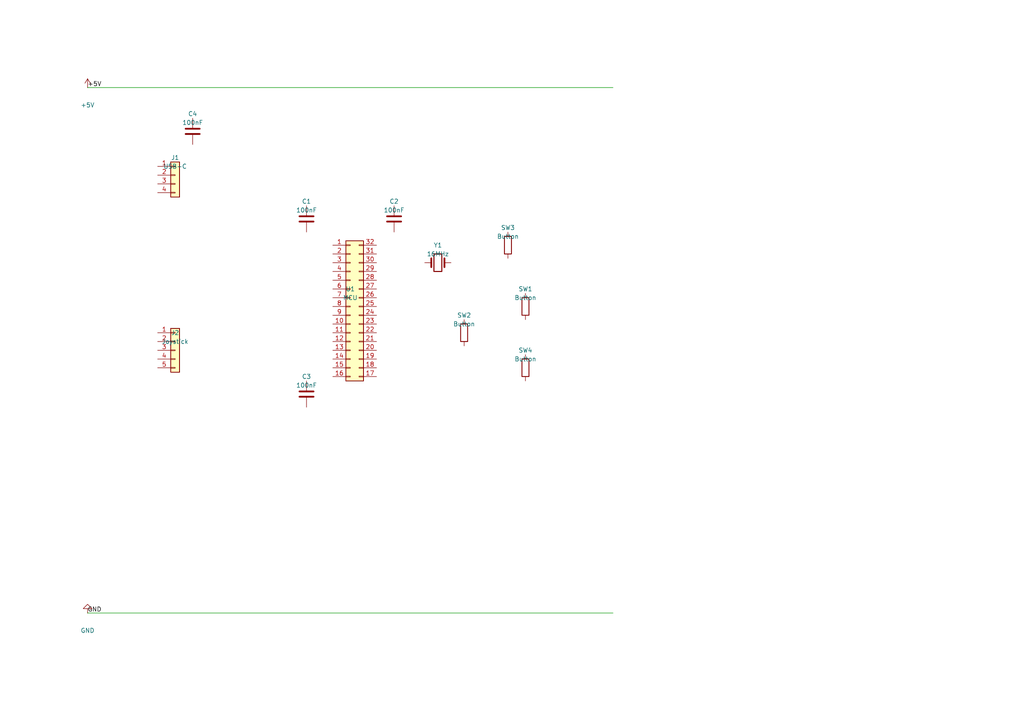
<source format=kicad_sch>
(kicad_sch (version 20231120) (generator "eeschema") (generator_version "9.0")
  (paper "A4")
  (title_block (title "USB Joystick Controller") (date "2025-01") (rev "A") (company "kicad-tools Demo") (comment 1 "USB game controller with analog joystick") (comment 2 "Demonstrates autolayout functionality"))
  (lib_symbols
    (symbol "Connector_Generic:Conn_02x16_Counter_Clockwise" (pin_names (offset 1.016) (hide yes))
      (property "Reference" "J" (at 1.27 20.32 0))
      (property "Value" "Conn_02x16_Counter_Clockwise" (at 1.27 -22.86 0))
      (symbol "Conn_02x16_Counter_Clockwise_1_1"
        (rectangle (start -1.27 19.05) (end 3.81 -21.59) (stroke (width 0.254)) (fill (type background)))
        (rectangle (start -1.27 17.907) (end 0 17.653) (stroke (width 0.1524)))
        (rectangle (start -1.27 15.367) (end 0 15.113) (stroke (width 0.1524)))
        (rectangle (start -1.27 12.827) (end 0 12.573) (stroke (width 0.1524)))
        (rectangle (start -1.27 10.287) (end 0 10.033) (stroke (width 0.1524)))
        (rectangle (start -1.27 7.747) (end 0 7.493) (stroke (width 0.1524)))
        (rectangle (start -1.27 5.207) (end 0 4.953) (stroke (width 0.1524)))
        (rectangle (start -1.27 2.667) (end 0 2.413) (stroke (width 0.1524)))
        (rectangle (start -1.27 0.127) (end 0 -0.127) (stroke (width 0.1524)))
        (rectangle (start -1.27 -2.413) (end 0 -2.667) (stroke (width 0.1524)))
        (rectangle (start -1.27 -4.953) (end 0 -5.207) (stroke (width 0.1524)))
        (rectangle (start -1.27 -7.493) (end 0 -7.747) (stroke (width 0.1524)))
        (rectangle (start -1.27 -10.033) (end 0 -10.287) (stroke (width 0.1524)))
        (rectangle (start -1.27 -12.573) (end 0 -12.827) (stroke (width 0.1524)))
        (rectangle (start -1.27 -15.113) (end 0 -15.367) (stroke (width 0.1524)))
        (rectangle (start -1.27 -17.653) (end 0 -17.907) (stroke (width 0.1524)))
        (rectangle (start -1.27 -20.193) (end 0 -20.447) (stroke (width 0.1524)))
        (rectangle (start 3.81 17.907) (end 2.54 17.653) (stroke (width 0.1524)))
        (rectangle (start 3.81 15.367) (end 2.54 15.113) (stroke (width 0.1524)))
        (rectangle (start 3.81 12.827) (end 2.54 12.573) (stroke (width 0.1524)))
        (rectangle (start 3.81 10.287) (end 2.54 10.033) (stroke (width 0.1524)))
        (rectangle (start 3.81 7.747) (end 2.54 7.493) (stroke (width 0.1524)))
        (rectangle (start 3.81 5.207) (end 2.54 4.953) (stroke (width 0.1524)))
        (rectangle (start 3.81 2.667) (end 2.54 2.413) (stroke (width 0.1524)))
        (rectangle (start 3.81 0.127) (end 2.54 -0.127) (stroke (width 0.1524)))
        (rectangle (start 3.81 -2.413) (end 2.54 -2.667) (stroke (width 0.1524)))
        (rectangle (start 3.81 -4.953) (end 2.54 -5.207) (stroke (width 0.1524)))
        (rectangle (start 3.81 -7.493) (end 2.54 -7.747) (stroke (width 0.1524)))
        (rectangle (start 3.81 -10.033) (end 2.54 -10.287) (stroke (width 0.1524)))
        (rectangle (start 3.81 -12.573) (end 2.54 -12.827) (stroke (width 0.1524)))
        (rectangle (start 3.81 -15.113) (end 2.54 -15.367) (stroke (width 0.1524)))
        (rectangle (start 3.81 -17.653) (end 2.54 -17.907) (stroke (width 0.1524)))
        (rectangle (start 3.81 -20.193) (end 2.54 -20.447) (stroke (width 0.1524)))
        (pin passive line (at -5.08 17.78 0) (length 3.81) (name "Pin_1") (number "1"))
        (pin passive line (at -5.08 15.24 0) (length 3.81) (name "Pin_2") (number "2"))
        (pin passive line (at -5.08 12.7 0) (length 3.81) (name "Pin_3") (number "3"))
        (pin passive line (at -5.08 10.16 0) (length 3.81) (name "Pin_4") (number "4"))
        (pin passive line (at -5.08 7.62 0) (length 3.81) (name "Pin_5") (number "5"))
        (pin passive line (at -5.08 5.08 0) (length 3.81) (name "Pin_6") (number "6"))
        (pin passive line (at -5.08 2.54 0) (length 3.81) (name "Pin_7") (number "7"))
        (pin passive line (at -5.08 0 0) (length 3.81) (name "Pin_8") (number "8"))
        (pin passive line (at -5.08 -2.54 0) (length 3.81) (name "Pin_9") (number "9"))
        (pin passive line (at -5.08 -5.08 0) (length 3.81) (name "Pin_10") (number "10"))
        (pin passive line (at -5.08 -7.62 0) (length 3.81) (name "Pin_11") (number "11"))
        (pin passive line (at -5.08 -10.16 0) (length 3.81) (name "Pin_12") (number "12"))
        (pin passive line (at -5.08 -12.7 0) (length 3.81) (name "Pin_13") (number "13"))
        (pin passive line (at -5.08 -15.24 0) (length 3.81) (name "Pin_14") (number "14"))
        (pin passive line (at -5.08 -17.78 0) (length 3.81) (name "Pin_15") (number "15"))
        (pin passive line (at -5.08 -20.32 0) (length 3.81) (name "Pin_16") (number "16"))
        (pin passive line (at 7.62 17.78 180) (length 3.81) (name "Pin_32") (number "32"))
        (pin passive line (at 7.62 15.24 180) (length 3.81) (name "Pin_31") (number "31"))
        (pin passive line (at 7.62 12.7 180) (length 3.81) (name "Pin_30") (number "30"))
        (pin passive line (at 7.62 10.16 180) (length 3.81) (name "Pin_29") (number "29"))
        (pin passive line (at 7.62 7.62 180) (length 3.81) (name "Pin_28") (number "28"))
        (pin passive line (at 7.62 5.08 180) (length 3.81) (name "Pin_27") (number "27"))
        (pin passive line (at 7.62 2.54 180) (length 3.81) (name "Pin_26") (number "26"))
        (pin passive line (at 7.62 0 180) (length 3.81) (name "Pin_25") (number "25"))
        (pin passive line (at 7.62 -2.54 180) (length 3.81) (name "Pin_24") (number "24"))
        (pin passive line (at 7.62 -5.08 180) (length 3.81) (name "Pin_23") (number "23"))
        (pin passive line (at 7.62 -7.62 180) (length 3.81) (name "Pin_22") (number "22"))
        (pin passive line (at 7.62 -10.16 180) (length 3.81) (name "Pin_21") (number "21"))
        (pin passive line (at 7.62 -12.7 180) (length 3.81) (name "Pin_20") (number "20"))
        (pin passive line (at 7.62 -15.24 180) (length 3.81) (name "Pin_19") (number "19"))
        (pin passive line (at 7.62 -17.78 180) (length 3.81) (name "Pin_18") (number "18"))
        (pin passive line (at 7.62 -20.32 180) (length 3.81) (name "Pin_17") (number "17"))
      )
    )
    (symbol "Connector_Generic:Conn_01x04" (pin_names (offset 1.016) (hide yes))
      (property "Reference" "J" (at 0 5.08 0))
      (property "Value" "Conn_01x04" (at 0 -7.62 0))
      (symbol "Conn_01x04_1_1"
        (rectangle (start -1.27 3.81) (end 1.27 -6.35) (stroke (width 0.254)) (fill (type background)))
        (rectangle (start -1.27 2.667) (end 0 2.413) (stroke (width 0.1524)))
        (rectangle (start -1.27 0.127) (end 0 -0.127) (stroke (width 0.1524)))
        (rectangle (start -1.27 -2.413) (end 0 -2.667) (stroke (width 0.1524)))
        (rectangle (start -1.27 -4.953) (end 0 -5.207) (stroke (width 0.1524)))
        (pin passive line (at -5.08 2.54 0) (length 3.81) (name "Pin_1") (number "1"))
        (pin passive line (at -5.08 0 0) (length 3.81) (name "Pin_2") (number "2"))
        (pin passive line (at -5.08 -2.54 0) (length 3.81) (name "Pin_3") (number "3"))
        (pin passive line (at -5.08 -5.08 0) (length 3.81) (name "Pin_4") (number "4"))
      )
    )
    (symbol "Connector_Generic:Conn_01x05" (pin_names (offset 1.016) (hide yes))
      (property "Reference" "J" (at 0 7.62 0))
      (property "Value" "Conn_01x05" (at 0 -7.62 0))
      (symbol "Conn_01x05_1_1"
        (rectangle (start -1.27 6.35) (end 1.27 -6.35) (stroke (width 0.254)) (fill (type background)))
        (rectangle (start -1.27 5.207) (end 0 4.953) (stroke (width 0.1524)))
        (rectangle (start -1.27 2.667) (end 0 2.413) (stroke (width 0.1524)))
        (rectangle (start -1.27 0.127) (end 0 -0.127) (stroke (width 0.1524)))
        (rectangle (start -1.27 -2.413) (end 0 -2.667) (stroke (width 0.1524)))
        (rectangle (start -1.27 -4.953) (end 0 -5.207) (stroke (width 0.1524)))
        (pin passive line (at -5.08 5.08 0) (length 3.81) (name "Pin_1") (number "1"))
        (pin passive line (at -5.08 2.54 0) (length 3.81) (name "Pin_2") (number "2"))
        (pin passive line (at -5.08 0 0) (length 3.81) (name "Pin_3") (number "3"))
        (pin passive line (at -5.08 -2.54 0) (length 3.81) (name "Pin_4") (number "4"))
        (pin passive line (at -5.08 -5.08 0) (length 3.81) (name "Pin_5") (number "5"))
      )
    )
    (symbol "Device:Crystal" (pin_numbers (hide yes)) (pin_names (offset 1.016) (hide yes))
      (property "Reference" "Y" (at 0 3.81 0))
      (property "Value" "Crystal" (at 0 -3.81 0))
      (symbol "Crystal_0_1"
        (polyline (pts (xy -2.54 0) (xy -1.905 0)))
        (polyline (pts (xy -1.905 -1.27) (xy -1.905 1.27)) (stroke (width 0.508)))
        (rectangle (start -1.143 2.54) (end 1.143 -2.54) (stroke (width 0.3048)))
        (polyline (pts (xy 1.905 -1.27) (xy 1.905 1.27)) (stroke (width 0.508)))
        (polyline (pts (xy 2.54 0) (xy 1.905 0)))
      )
      (symbol "Crystal_1_1"
        (pin passive line (at -3.81 0 0) (length 1.27) (name "1") (number "1"))
        (pin passive line (at 3.81 0 180) (length 1.27) (name "2") (number "2"))
      )
    )
    (symbol "Device:R" (pin_numbers (hide yes)) (pin_names (offset 0))
      (property "Reference" "R" (at 2.032 0 90))
      (property "Value" "R" (at 0 0 90))
      (symbol "R_0_1"
        (rectangle (start -1.016 -2.54) (end 1.016 2.54) (stroke (width 0.254)))
      )
      (symbol "R_1_1"
        (pin passive line (at 0 3.81 270) (length 1.27) (name "~") (number "1"))
        (pin passive line (at 0 -3.81 90) (length 1.27) (name "~") (number "2"))
      )
    )
    (symbol "Device:C" (pin_numbers (hide yes)) (pin_names (offset 0.254))
      (property "Reference" "C" (at 0.635 2.54 0))
      (property "Value" "C" (at 0.635 -2.54 0))
      (symbol "C_0_1"
        (polyline (pts (xy -2.032 0.762) (xy 2.032 0.762)) (stroke (width 0.508)))
        (polyline (pts (xy -2.032 -0.762) (xy 2.032 -0.762)) (stroke (width 0.508)))
      )
      (symbol "C_1_1"
        (pin passive line (at 0 3.81 270) (length 2.794) (name "~") (number "1"))
        (pin passive line (at 0 -3.81 90) (length 2.794) (name "~") (number "2"))
      )
    )
    (symbol "power:+5V" (power) (pin_numbers (hide yes)) (pin_names (offset 0) (hide yes))
      (property "Value" "+5V" (at 0 3.556 0))
      (symbol "+5V_0_1"
        (polyline (pts (xy -0.762 1.27) (xy 0 2.54)))
        (polyline (pts (xy 0 2.54) (xy 0.762 1.27)))
        (polyline (pts (xy 0 0) (xy 0 2.54)))
      )
      (symbol "+5V_1_1"
        (pin power_in line (at 0 0 90) (length 0) (name "~") (number "1"))
      )
    )
    (symbol "power:GND" (power) (pin_numbers (hide yes)) (pin_names (offset 0) (hide yes))
      (property "Value" "GND" (at 0 -3.81 0))
      (symbol "GND_0_1"
        (polyline (pts (xy 0 0) (xy 0 -1.27) (xy 1.27 -1.27) (xy 0 -2.54) (xy -1.27 -1.27) (xy 0 -1.27)))
      )
      (symbol "GND_1_1"
        (pin power_in line (at 0 0 270) (length 0) (name "~") (number "1"))
      )
    )
  )
  (symbol (lib_id "Connector_Generic:Conn_02x16_Counter_Clockwise") (at 101.6 88.9 0) (unit 1)
    (property "Reference" "U1" (at 101.6 83.82 0))
    (property "Value" "MCU" (at 101.6 86.36 0))
  )
  (symbol (lib_id "Connector_Generic:Conn_01x04") (at 50.8 50.8 0) (unit 1)
    (property "Reference" "J1" (at 50.8 45.72 0))
    (property "Value" "USB-C" (at 50.8 48.26 0))
  )
  (symbol (lib_id "Connector_Generic:Conn_01x05") (at 50.8 101.6 0) (unit 1)
    (property "Reference" "J2" (at 50.8 96.52 0))
    (property "Value" "Joystick" (at 50.8 99.06 0))
  )
  (symbol (lib_id "Device:Crystal") (at 127 76.2 0) (unit 1)
    (property "Reference" "Y1" (at 127 71.12 0))
    (property "Value" "16MHz" (at 127 73.66 0))
  )
  (symbol (lib_id "Device:R") (at 152.4 88.9 0) (unit 1)
    (property "Reference" "SW1" (at 152.4 83.82 0))
    (property "Value" "Button" (at 152.4 86.36 0))
  )
  (symbol (lib_id "Device:R") (at 134.62 96.52 0) (unit 1)
    (property "Reference" "SW2" (at 134.62 91.44 0))
    (property "Value" "Button" (at 134.62 93.98 0))
  )
  (symbol (lib_id "Device:R") (at 147.32 71.12 0) (unit 1)
    (property "Reference" "SW3" (at 147.32 66.04 0))
    (property "Value" "Button" (at 147.32 68.58 0))
  )
  (symbol (lib_id "Device:R") (at 152.4 106.68 0) (unit 1)
    (property "Reference" "SW4" (at 152.4 101.6 0))
    (property "Value" "Button" (at 152.4 104.14 0))
  )
  (symbol (lib_id "Device:C") (at 88.9 63.5 0) (unit 1)
    (property "Reference" "C1" (at 88.9 58.42 0))
    (property "Value" "100nF" (at 88.9 60.96 0))
  )
  (symbol (lib_id "Device:C") (at 114.3 63.5 0) (unit 1)
    (property "Reference" "C2" (at 114.3 58.42 0))
    (property "Value" "100nF" (at 114.3 60.96 0))
  )
  (symbol (lib_id "Device:C") (at 88.9 114.3 0) (unit 1)
    (property "Reference" "C3" (at 88.9 109.22 0))
    (property "Value" "100nF" (at 88.9 111.76 0))
  )
  (symbol (lib_id "Device:C") (at 55.88 38.1 0) (unit 1)
    (property "Reference" "C4" (at 55.88 33.02 0))
    (property "Value" "100nF" (at 55.88 35.56 0))
  )
  (symbol (lib_id "power:+5V") (at 25.4 25.4 0) (unit 1)
    (property "Reference" "#PWR01" (effects (hide yes)))
    (property "Value" "+5V" (at 25.4 30.48 0))
  )
  (symbol (lib_id "power:GND") (at 25.4 177.8 180) (unit 1)
    (property "Reference" "#PWR02" (effects (hide yes)))
    (property "Value" "GND" (at 25.4 182.88 0))
  )
  (wire (pts (xy 25.4 25.4) (xy 177.8 25.4)))
  (wire (pts (xy 25.4 177.8) (xy 177.8 177.8)))
  (label "+5V" (at 25.4 25.4 0))
  (label "GND" (at 25.4 177.8 0))
)
</source>
